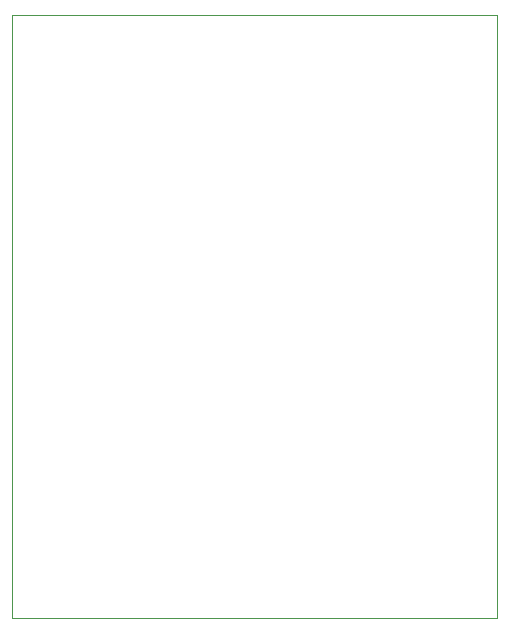
<source format=gbr>
G04 #@! TF.GenerationSoftware,KiCad,Pcbnew,5.1.9-73d0e3b20d~88~ubuntu18.04.1*
G04 #@! TF.CreationDate,2021-01-31T19:14:37+01:00*
G04 #@! TF.ProjectId,stm32_master_bt_bat,73746d33-325f-46d6-9173-7465725f6274,rev?*
G04 #@! TF.SameCoordinates,Original*
G04 #@! TF.FileFunction,Profile,NP*
%FSLAX46Y46*%
G04 Gerber Fmt 4.6, Leading zero omitted, Abs format (unit mm)*
G04 Created by KiCad (PCBNEW 5.1.9-73d0e3b20d~88~ubuntu18.04.1) date 2021-01-31 19:14:37*
%MOMM*%
%LPD*%
G01*
G04 APERTURE LIST*
G04 #@! TA.AperFunction,Profile*
%ADD10C,0.050000*%
G04 #@! TD*
G04 APERTURE END LIST*
D10*
X104000000Y-195000000D02*
X104000000Y-246000000D01*
X145000000Y-195000000D02*
X104000000Y-195000000D01*
X145000000Y-246000000D02*
X145000000Y-195000000D01*
X104000000Y-246000000D02*
X145000000Y-246000000D01*
M02*

</source>
